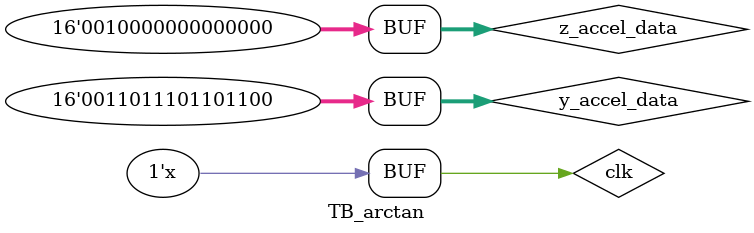
<source format=v>
`timescale 1ns / 1ps


module TB_arctan;

	// Inputs
	reg [15:0] y_accel_data;
	reg [15:0] z_accel_data;
	reg clk;

	// Outputs
	wire [15:0] pitch_acc;
 
	// Instantiate the Unit Under Test (UUT)
	arctan uut (
		.y_accel_data(y_accel_data), 
		.z_accel_data(z_accel_data), 
		.pitch_acc(pitch_acc), 
		.clk(clk)
	);

	initial begin
		// Initialize Inputs
		clk =0;
		#200 y_accel_data = 16'b0010000000000000; z_accel_data = 16'b0011011101101100;
		#200 y_accel_data = 16'b0011011101101100; z_accel_data = 16'b0010000000000000;

		// Wait 100 ns for global reset to finish
		#100;
        
		// Add stimulus here

	end
      
	always begin
	#10 clk = ~clk;
	end
		
endmodule


</source>
